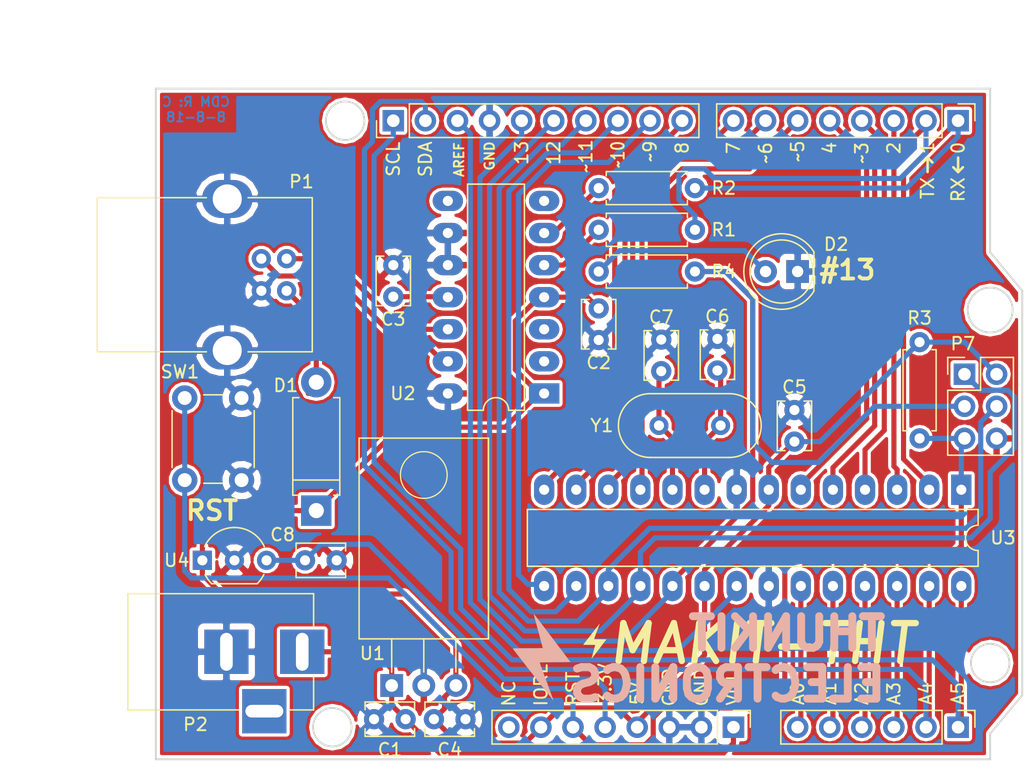
<source format=kicad_pcb>
(kicad_pcb (version 4) (host pcbnew 4.0.5+dfsg1-4)
  (title_block (title "MAKIT-THT Soldering Kit") (date 2018-05-13) (rev B) (company "Thunkit Electronics"))
  (layers (0 F.Cu signal) (31 B.Cu signal) (34 B.Paste user) (35 F.Paste user) (36 B.SilkS user) (37 F.SilkS user) (38 B.Mask user) (39 F.Mask user) (44 Edge.Cuts user))
  (net 0 "")
  (net 1 VIN)
  (net 2 GND)
  (net 3 +5V)
  (net 4 "Net-(C3-Pad1)")
  (net 5 "Net-(C6-Pad2)")
  (net 6 "Net-(C7-Pad2)")
  (net 7 "Net-(D1-Pad2)")
  (net 8 "Net-(P1-Pad2)")
  (net 9 "Net-(P1-Pad3)")
  (net 10 "Net-(P2-Pad3)")
  (net 11 RST)
  (net 12 PC5)
  (net 13 PC4)
  (net 14 PC3)
  (net 15 PC2)
  (net 16 PC1)
  (net 17 PC0)
  (net 18 PB0)
  (net 19 PB1)
  (net 20 PB2)
  (net 21 PB3)
  (net 22 PB4)
  (net 23 PB5)
  (net 24 AREF)
  (net 25 PD0)
  (net 26 PD1)
  (net 27 PD2)
  (net 28 PD3)
  (net 29 PD4)
  (net 30 PD6)
  (net 31 PD7)
  (net 32 "Net-(R1-Pad2)")
  (net 33 "Net-(R2-Pad2)")
  (net 34 "Net-(U2-Pad8)")
  (net 35 "Net-(U2-Pad2)")
  (net 36 "Net-(U2-Pad3)")
  (net 37 "Net-(U2-Pad7)")
  (net 38 "Net-(D2-Pad2)")
  (net 39 PD5)
  (net 40 "Net-(P3-Pad8)")
  (net 41 +3V3)
  (module Housings_DIP:DIP-28_W7.62mm_LongPads (layer F.Cu) (at 178.054 103.632 270)
    (fp_text reference U3 (at 3.81 -3.302 540) (layer F.SilkS))
    (fp_text value ATMEGA328P-P)
    (pad 1 thru_hole rect (at 0 0 270) (size 2.4 1.6) (drill 0.8) (layers *.Cu *.Mask) (net 11 RST))
    (pad 15 thru_hole oval (at 7.62 33.02 270) (size 2.4 1.6) (drill 0.8) (layers *.Cu *.Mask) (net 19 PB1))
    (pad 2 thru_hole oval (at 0 2.54 270) (size 2.4 1.6) (drill 0.8) (layers *.Cu *.Mask) (net 25 PD0))
    (pad 16 thru_hole oval (at 7.62 30.48 270) (size 2.4 1.6) (drill 0.8) (layers *.Cu *.Mask) (net 20 PB2))
    (pad 3 thru_hole oval (at 0 5.08 270) (size 2.4 1.6) (drill 0.8) (layers *.Cu *.Mask) (net 26 PD1))
    (pad 17 thru_hole oval (at 7.62 27.94 270) (size 2.4 1.6) (drill 0.8) (layers *.Cu *.Mask) (net 21 PB3))
    (pad 4 thru_hole oval (at 0 7.62 270) (size 2.4 1.6) (drill 0.8) (layers *.Cu *.Mask) (net 27 PD2))
    (pad 18 thru_hole oval (at 7.62 25.4 270) (size 2.4 1.6) (drill 0.8) (layers *.Cu *.Mask) (net 22 PB4))
    (pad 5 thru_hole oval (at 0 10.16 270) (size 2.4 1.6) (drill 0.8) (layers *.Cu *.Mask) (net 28 PD3))
    (pad 19 thru_hole oval (at 7.62 22.86 270) (size 2.4 1.6) (drill 0.8) (layers *.Cu *.Mask) (net 23 PB5))
    (pad 6 thru_hole oval (at 0 12.7 270) (size 2.4 1.6) (drill 0.8) (layers *.Cu *.Mask) (net 29 PD4))
    (pad 20 thru_hole oval (at 7.62 20.32 270) (size 2.4 1.6) (drill 0.8) (layers *.Cu *.Mask) (net 3 +5V))
    (pad 7 thru_hole oval (at 0 15.24 270) (size 2.4 1.6) (drill 0.8) (layers *.Cu *.Mask) (net 3 +5V))
    (pad 21 thru_hole oval (at 7.62 17.78 270) (size 2.4 1.6) (drill 0.8) (layers *.Cu *.Mask) (net 24 AREF))
    (pad 8 thru_hole oval (at 0 17.78 270) (size 2.4 1.6) (drill 0.8) (layers *.Cu *.Mask) (net 2 GND))
    (pad 22 thru_hole oval (at 7.62 15.24 270) (size 2.4 1.6) (drill 0.8) (layers *.Cu *.Mask) (net 2 GND))
    (pad 9 thru_hole oval (at 0 20.32 270) (size 2.4 1.6) (drill 0.8) (layers *.Cu *.Mask) (net 5 "Net-(C6-Pad2)"))
    (pad 23 thru_hole oval (at 7.62 12.7 270) (size 2.4 1.6) (drill 0.8) (layers *.Cu *.Mask) (net 17 PC0))
    (pad 10 thru_hole oval (at 0 22.86 270) (size 2.4 1.6) (drill 0.8) (layers *.Cu *.Mask) (net 6 "Net-(C7-Pad2)"))
    (pad 24 thru_hole oval (at 7.62 10.16 270) (size 2.4 1.6) (drill 0.8) (layers *.Cu *.Mask) (net 16 PC1))
    (pad 11 thru_hole oval (at 0 25.4 270) (size 2.4 1.6) (drill 0.8) (layers *.Cu *.Mask) (net 39 PD5))
    (pad 25 thru_hole oval (at 7.62 7.62 270) (size 2.4 1.6) (drill 0.8) (layers *.Cu *.Mask) (net 15 PC2))
    (pad 12 thru_hole oval (at 0 27.94 270) (size 2.4 1.6) (drill 0.8) (layers *.Cu *.Mask) (net 30 PD6))
    (pad 26 thru_hole oval (at 7.62 5.08 270) (size 2.4 1.6) (drill 0.8) (layers *.Cu *.Mask) (net 14 PC3))
    (pad 13 thru_hole oval (at 0 30.48 270) (size 2.4 1.6) (drill 0.8) (layers *.Cu *.Mask) (net 31 PD7))
    (pad 27 thru_hole oval (at 7.62 2.54 270) (size 2.4 1.6) (drill 0.8) (layers *.Cu *.Mask) (net 13 PC4))
    (pad 14 thru_hole oval (at 0 33.02 270) (size 2.4 1.6) (drill 0.8) (layers *.Cu *.Mask) (net 18 PB0))
    (pad 28 thru_hole oval (at 7.62 0 270) (size 2.4 1.6) (drill 0.8) (layers *.Cu *.Mask) (net 12 PC5))
  )
  (module Capacitors_THT:C_Disc_D3.8mm_W2.6mm_P2.50mm (layer F.Cu) (at 164.846 99.822 90)
    (fp_text reference C5 (at 4.318 0 180) (layer F.SilkS))
    (fp_text value 0.1uF)
    (pad 1 thru_hole circle (at 0 0 90) (size 1.6 1.6) (drill 0.8) (layers *.Cu *.Mask) (net 3 +5V))
    (pad 2 thru_hole circle (at 2.5 0 90) (size 1.6 1.6) (drill 0.8) (layers *.Cu *.Mask) (net 2 GND))
  )
  (module Capacitors_THT:C_Disc_D3.8mm_W2.6mm_P2.50mm (layer F.Cu) (at 134.072 121.793 180)
    (fp_text reference C1 (at 1.23 -2.413 180) (layer F.SilkS))
    (fp_text value 0.33uF)
    (pad 1 thru_hole circle (at 0 0 180) (size 1.6 1.6) (drill 0.8) (layers *.Cu *.Mask) (net 1 VIN))
    (pad 2 thru_hole circle (at 2.5 0 180) (size 1.6 1.6) (drill 0.8) (layers *.Cu *.Mask) (net 2 GND))
  )
  (module Capacitors_THT:C_Disc_D3.8mm_W2.6mm_P2.50mm (layer F.Cu) (at 149.352 91.781 90)
    (fp_text reference C2 (at -1.778 0 180) (layer F.SilkS))
    (fp_text value 0.33uF)
    (pad 1 thru_hole circle (at 0 0 90) (size 1.6 1.6) (drill 0.8) (layers *.Cu *.Mask) (net 2 GND))
    (pad 2 thru_hole circle (at 2.5 0 90) (size 1.6 1.6) (drill 0.8) (layers *.Cu *.Mask) (net 3 +5V))
  )
  (module Capacitors_THT:C_Disc_D3.8mm_W2.6mm_P2.50mm (layer F.Cu) (at 133.096 88.352 90)
    (fp_text reference C3 (at -1.778 0 180) (layer F.SilkS))
    (fp_text value 0.1uF)
    (pad 1 thru_hole circle (at 0 0 90) (size 1.6 1.6) (drill 0.8) (layers *.Cu *.Mask) (net 4 "Net-(C3-Pad1)"))
    (pad 2 thru_hole circle (at 2.5 0 90) (size 1.6 1.6) (drill 0.8) (layers *.Cu *.Mask) (net 2 GND))
  )
  (module Capacitors_THT:C_Disc_D3.8mm_W2.6mm_P2.50mm (layer F.Cu) (at 136.311 121.793)
    (fp_text reference C4 (at 1.25 2.413) (layer F.SilkS))
    (fp_text value 0.1uF)
    (pad 1 thru_hole circle (at 0 0) (size 1.6 1.6) (drill 0.8) (layers *.Cu *.Mask) (net 3 +5V))
    (pad 2 thru_hole circle (at 2.5 0) (size 1.6 1.6) (drill 0.8) (layers *.Cu *.Mask) (net 2 GND))
  )
  (module Capacitors_THT:C_Disc_D3.8mm_W2.6mm_P2.50mm (layer F.Cu) (at 158.75 91.694 270)
    (fp_text reference C6 (at -1.778 0 360) (layer F.SilkS))
    (fp_text value 18pF)
    (pad 1 thru_hole circle (at 0 0 270) (size 1.6 1.6) (drill 0.8) (layers *.Cu *.Mask) (net 2 GND))
    (pad 2 thru_hole circle (at 2.5 0 270) (size 1.6 1.6) (drill 0.8) (layers *.Cu *.Mask) (net 5 "Net-(C6-Pad2)"))
  )
  (module Capacitors_THT:C_Disc_D3.8mm_W2.6mm_P2.50mm (layer F.Cu) (at 154.305 91.748 270)
    (fp_text reference C7 (at -1.778 0 360) (layer F.SilkS))
    (fp_text value 18pF)
    (pad 1 thru_hole circle (at 0 0 270) (size 1.6 1.6) (drill 0.8) (layers *.Cu *.Mask) (net 2 GND))
    (pad 2 thru_hole circle (at 2.5 0 270) (size 1.6 1.6) (drill 0.8) (layers *.Cu *.Mask) (net 6 "Net-(C7-Pad2)"))
  )
  (module Connectors:USB_B (layer F.Cu) (at 124.6515 87.884 180)
    (fp_text reference P1 (at -1.175 8.636 360) (layer F.SilkS))
    (fp_text value USB_A)
    (pad 2 thru_hole circle (at 0 2.54 90) (size 1.52 1.52) (drill 0.81) (layers *.Cu *.Mask) (net 8 "Net-(P1-Pad2)"))
    (pad 1 thru_hole circle (at 0 0 90) (size 1.52 1.52) (drill 0.81) (layers *.Cu *.Mask) (net 7 "Net-(D1-Pad2)"))
    (pad 4 thru_hole circle (at 2 0 90) (size 1.52 1.52) (drill 0.81) (layers *.Cu *.Mask) (net 2 GND))
    (pad 3 thru_hole circle (at 2 2.54 90) (size 1.52 1.52) (drill 0.81) (layers *.Cu *.Mask) (net 9 "Net-(P1-Pad3)"))
    (pad 5 thru_hole oval (at 4.7 7.27 90) (size 3 4) (drill 2.3) (layers *.Cu *.Mask) (net 2 GND))
    (pad 5 thru_hole oval (at 4.7 -4.73 90) (size 3 4) (drill 2.3) (layers *.Cu *.Mask) (net 2 GND))
  )
  (module Connectors:BARREL_JACK (layer F.Cu) (at 125.888 116.459)
    (fp_text reference P2 (at -8.45 5.75 180) (layer F.SilkS))
    (fp_text value BARREL_JACK)
    (pad 1 thru_hole rect (at 0 0) (size 3.5 3.5) (drill oval 1 3) (layers *.Cu *.Mask) (net 1 VIN))
    (pad 2 thru_hole rect (at -6 0) (size 3.5 3.5) (drill oval 1 3) (layers *.Cu *.Mask) (net 2 GND))
    (pad 3 thru_hole rect (at -3 4.7) (size 3.5 3.5) (drill oval 3 1) (layers *.Cu *.Mask) (net 10 "Net-(P2-Pad3)"))
  )
  (module Pin_Headers:Pin_Header_Straight_1x06_Pitch2.54mm (layer F.Cu) (at 177.8 122.428 270)
    (fp_text reference P4 hide)
    (fp_text value CONN_01X06)
    (pad 1 thru_hole rect (at 0 0 270) (size 1.7 1.7) (drill 1) (layers *.Cu *.Mask) (net 12 PC5))
    (pad 2 thru_hole oval (at 0 2.54 270) (size 1.7 1.7) (drill 1) (layers *.Cu *.Mask) (net 13 PC4))
    (pad 3 thru_hole oval (at 0 5.08 270) (size 1.7 1.7) (drill 1) (layers *.Cu *.Mask) (net 14 PC3))
    (pad 4 thru_hole oval (at 0 7.62 270) (size 1.7 1.7) (drill 1) (layers *.Cu *.Mask) (net 15 PC2))
    (pad 5 thru_hole oval (at 0 10.16 270) (size 1.7 1.7) (drill 1) (layers *.Cu *.Mask) (net 16 PC1))
    (pad 6 thru_hole oval (at 0 12.7 270) (size 1.7 1.7) (drill 1) (layers *.Cu *.Mask) (net 17 PC0))
  )
  (module Pin_Headers:Pin_Header_Straight_1x08_Pitch2.54mm (layer F.Cu) (at 177.8 74.422 270)
    (fp_text reference P6 hide)
    (fp_text value CONN_01X08)
    (pad 1 thru_hole rect (at 0 0 270) (size 1.7 1.7) (drill 1) (layers *.Cu *.Mask) (net 25 PD0))
    (pad 2 thru_hole oval (at 0 2.54 270) (size 1.7 1.7) (drill 1) (layers *.Cu *.Mask) (net 26 PD1))
    (pad 3 thru_hole oval (at 0 5.08 270) (size 1.7 1.7) (drill 1) (layers *.Cu *.Mask) (net 27 PD2))
    (pad 4 thru_hole oval (at 0 7.62 270) (size 1.7 1.7) (drill 1) (layers *.Cu *.Mask) (net 28 PD3))
    (pad 5 thru_hole oval (at 0 10.16 270) (size 1.7 1.7) (drill 1) (layers *.Cu *.Mask) (net 29 PD4))
    (pad 6 thru_hole oval (at 0 12.7 270) (size 1.7 1.7) (drill 1) (layers *.Cu *.Mask) (net 39 PD5))
    (pad 7 thru_hole oval (at 0 15.24 270) (size 1.7 1.7) (drill 1) (layers *.Cu *.Mask) (net 30 PD6))
    (pad 8 thru_hole oval (at 0 17.78 270) (size 1.7 1.7) (drill 1) (layers *.Cu *.Mask) (net 31 PD7))
  )
  (module Resistors_THT:R_Axial_DIN0207_L6.3mm_D2.5mm_P7.62mm_Horizontal (layer F.Cu) (at 156.972 83.058 180)
    (fp_text reference R1 (at -2.286 0 180) (layer F.SilkS))
    (fp_text value 1K)
    (pad 1 thru_hole circle (at 0 0 180) (size 1.6 1.6) (drill 0.8) (layers *.Cu *.Mask) (net 26 PD1))
    (pad 2 thru_hole oval (at 7.62 0 180) (size 1.6 1.6) (drill 0.8) (layers *.Cu *.Mask) (net 32 "Net-(R1-Pad2)"))
  )
  (module Resistors_THT:R_Axial_DIN0207_L6.3mm_D2.5mm_P7.62mm_Horizontal (layer F.Cu) (at 156.972 79.756 180)
    (fp_text reference R2 (at -2.286 0 180) (layer F.SilkS))
    (fp_text value 1K)
    (pad 1 thru_hole circle (at 0 0 180) (size 1.6 1.6) (drill 0.8) (layers *.Cu *.Mask) (net 25 PD0))
    (pad 2 thru_hole oval (at 7.62 0 180) (size 1.6 1.6) (drill 0.8) (layers *.Cu *.Mask) (net 33 "Net-(R2-Pad2)"))
  )
  (module Resistors_THT:R_Axial_DIN0207_L6.3mm_D2.5mm_P7.62mm_Horizontal (layer F.Cu) (at 174.752 91.948 270)
    (fp_text reference R3 (at -1.905 0 360) (layer F.SilkS))
    (fp_text value 10K)
    (pad 1 thru_hole circle (at 0 0 270) (size 1.6 1.6) (drill 0.8) (layers *.Cu *.Mask) (net 3 +5V))
    (pad 2 thru_hole oval (at 7.62 0 270) (size 1.6 1.6) (drill 0.8) (layers *.Cu *.Mask) (net 11 RST))
  )
  (module Buttons_Switches_THT:SW_PUSH_6mm (layer F.Cu) (at 116.586 102.87 90)
    (fp_text reference SW1 (at 8.5725 -0.381 360) (layer F.SilkS))
    (fp_text value Push_SW)
    (pad 2 thru_hole circle (at 0 4.5 180) (size 2 2) (drill 1.1) (layers *.Cu *.Mask) (net 2 GND))
    (pad 1 thru_hole circle (at 0 0 180) (size 2 2) (drill 1.1) (layers *.Cu *.Mask) (net 11 RST))
    (pad 2 thru_hole circle (at 6.5 4.5 180) (size 2 2) (drill 1.1) (layers *.Cu *.Mask) (net 2 GND))
    (pad 1 thru_hole circle (at 6.5 0 180) (size 2 2) (drill 1.1) (layers *.Cu *.Mask) (net 11 RST))
  )
  (module Housings_DIP:DIP-14_W7.62mm_LongPads (layer F.Cu) (at 145.034 96.012 180)
    (fp_text reference U2 (at 11.176 0 180) (layer F.SilkS))
    (fp_text value MCP2221A)
    (pad 1 thru_hole rect (at 0 0 180) (size 2.4 1.6) (drill 0.8) (layers *.Cu *.Mask) (net 3 +5V))
    (pad 8 thru_hole oval (at 7.62 15.24 180) (size 2.4 1.6) (drill 0.8) (layers *.Cu *.Mask) (net 34 "Net-(U2-Pad8)"))
    (pad 2 thru_hole oval (at 0 2.54 180) (size 2.4 1.6) (drill 0.8) (layers *.Cu *.Mask) (net 35 "Net-(U2-Pad2)"))
    (pad 9 thru_hole oval (at 7.62 12.7 180) (size 2.4 1.6) (drill 0.8) (layers *.Cu *.Mask) (net 2 GND))
    (pad 3 thru_hole oval (at 0 5.08 180) (size 2.4 1.6) (drill 0.8) (layers *.Cu *.Mask) (net 36 "Net-(U2-Pad3)"))
    (pad 10 thru_hole oval (at 7.62 10.16 180) (size 2.4 1.6) (drill 0.8) (layers *.Cu *.Mask) (net 2 GND))
    (pad 4 thru_hole oval (at 0 7.62 180) (size 2.4 1.6) (drill 0.8) (layers *.Cu *.Mask) (net 3 +5V))
    (pad 11 thru_hole oval (at 7.62 7.62 180) (size 2.4 1.6) (drill 0.8) (layers *.Cu *.Mask) (net 4 "Net-(C3-Pad1)"))
    (pad 5 thru_hole oval (at 0 10.16 180) (size 2.4 1.6) (drill 0.8) (layers *.Cu *.Mask) (net 32 "Net-(R1-Pad2)"))
    (pad 12 thru_hole oval (at 7.62 5.08 180) (size 2.4 1.6) (drill 0.8) (layers *.Cu *.Mask) (net 8 "Net-(P1-Pad2)"))
    (pad 6 thru_hole oval (at 0 12.7 180) (size 2.4 1.6) (drill 0.8) (layers *.Cu *.Mask) (net 33 "Net-(R2-Pad2)"))
    (pad 13 thru_hole oval (at 7.62 2.54 180) (size 2.4 1.6) (drill 0.8) (layers *.Cu *.Mask) (net 9 "Net-(P1-Pad3)"))
    (pad 7 thru_hole oval (at 0 15.24 180) (size 2.4 1.6) (drill 0.8) (layers *.Cu *.Mask) (net 37 "Net-(U2-Pad7)"))
    (pad 14 thru_hole oval (at 7.62 0 180) (size 2.4 1.6) (drill 0.8) (layers *.Cu *.Mask) (net 2 GND))
  )
  (module Crystals:Crystal_HC49-U_Vertical (layer F.Cu) (at 159.004 98.552 180)
    (fp_text reference Y1 (at 9.398 0 180) (layer F.SilkS))
    (fp_text value 16MHz)
    (pad 1 thru_hole circle (at 0 0 180) (size 1.5 1.5) (drill 0.8) (layers *.Cu *.Mask) (net 5 "Net-(C6-Pad2)"))
    (pad 2 thru_hole circle (at 4.88 0 180) (size 1.5 1.5) (drill 0.8) (layers *.Cu *.Mask) (net 6 "Net-(C7-Pad2)"))
  )
  (module LEDs:LED_D5.0mm (layer F.Cu) (at 165.1 86.36 180)
    (fp_text reference D2 (at -3.048 2.159 360) (layer F.SilkS))
    (fp_text value LED)
    (pad 1 thru_hole rect (at 0 0 180) (size 1.8 1.8) (drill 0.9) (layers *.Cu *.Mask) (net 2 GND))
    (pad 2 thru_hole circle (at 2.54 0 180) (size 1.8 1.8) (drill 0.9) (layers *.Cu *.Mask) (net 38 "Net-(D2-Pad2)"))
  )
  (module Resistors_THT:R_Axial_DIN0207_L6.3mm_D2.5mm_P7.62mm_Horizontal (layer F.Cu) (at 149.352 86.36)
    (fp_text reference R4 (at 9.906 0 180) (layer F.SilkS))
    (fp_text value 470)
    (pad 1 thru_hole circle (at 0 0) (size 1.6 1.6) (drill 0.8) (layers *.Cu *.Mask) (net 38 "Net-(D2-Pad2)"))
    (pad 2 thru_hole oval (at 7.62 0) (size 1.6 1.6) (drill 0.8) (layers *.Cu *.Mask) (net 23 PB5))
  )
  (module Pin_Headers:Pin_Header_Straight_1x08_Pitch2.54mm (layer F.Cu) (at 160.02 122.428 270)
    (fp_text reference P3 hide)
    (fp_text value CONN_01X08)
    (pad 1 thru_hole rect (at 0 0 270) (size 1.7 1.7) (drill 1) (layers *.Cu *.Mask) (net 1 VIN))
    (pad 2 thru_hole oval (at 0 2.54 270) (size 1.7 1.7) (drill 1) (layers *.Cu *.Mask) (net 2 GND))
    (pad 3 thru_hole oval (at 0 5.08 270) (size 1.7 1.7) (drill 1) (layers *.Cu *.Mask) (net 2 GND))
    (pad 4 thru_hole oval (at 0 7.62 270) (size 1.7 1.7) (drill 1) (layers *.Cu *.Mask) (net 3 +5V))
    (pad 5 thru_hole oval (at 0 10.16 270) (size 1.7 1.7) (drill 1) (layers *.Cu *.Mask) (net 41 +3V3))
    (pad 6 thru_hole oval (at 0 12.7 270) (size 1.7 1.7) (drill 1) (layers *.Cu *.Mask) (net 11 RST))
    (pad 7 thru_hole oval (at 0 15.24 270) (size 1.7 1.7) (drill 1) (layers *.Cu *.Mask) (net 3 +5V))
    (pad 8 thru_hole oval (at 0 17.78 270) (size 1.7 1.7) (drill 1) (layers *.Cu *.Mask) (net 40 "Net-(P3-Pad8)"))
  )
  (module MOD:lightning (layer F.Cu) (at 149.098 115.57)
    (fp_text reference G*** hide)
    (fp_text value LOGO hide)
  )
  (module Pin_Headers:Pin_Header_Straight_2x03_Pitch2.54mm (layer F.Cu) (at 178.308 94.488)
    (fp_text reference P7 (at -0.127 -2.413) (layer F.SilkS))
    (fp_text value ICSP)
    (pad 1 thru_hole rect (at 0 0) (size 1.7 1.7) (drill 1) (layers *.Cu *.Mask) (net 22 PB4))
    (pad 2 thru_hole oval (at 2.54 0) (size 1.7 1.7) (drill 1) (layers *.Cu *.Mask) (net 3 +5V))
    (pad 3 thru_hole oval (at 0 2.54) (size 1.7 1.7) (drill 1) (layers *.Cu *.Mask) (net 23 PB5))
    (pad 4 thru_hole oval (at 2.54 2.54) (size 1.7 1.7) (drill 1) (layers *.Cu *.Mask) (net 21 PB3))
    (pad 5 thru_hole oval (at 0 5.08) (size 1.7 1.7) (drill 1) (layers *.Cu *.Mask) (net 11 RST))
    (pad 6 thru_hole oval (at 2.54 5.08) (size 1.7 1.7) (drill 1) (layers *.Cu *.Mask) (net 2 GND))
  )
  (module Pin_Headers:Pin_Header_Straight_1x10_Pitch2.54mm (layer F.Cu) (at 133.096 74.422 90)
    (fp_text reference P5 hide)
    (fp_text value CONN_01X10)
    (pad 1 thru_hole rect (at 0 0 90) (size 1.7 1.7) (drill 1) (layers *.Cu *.Mask) (net 12 PC5))
    (pad 2 thru_hole oval (at 0 2.54 90) (size 1.7 1.7) (drill 1) (layers *.Cu *.Mask) (net 13 PC4))
    (pad 3 thru_hole oval (at 0 5.08 90) (size 1.7 1.7) (drill 1) (layers *.Cu *.Mask) (net 24 AREF))
    (pad 4 thru_hole oval (at 0 7.62 90) (size 1.7 1.7) (drill 1) (layers *.Cu *.Mask) (net 2 GND))
    (pad 5 thru_hole oval (at 0 10.16 90) (size 1.7 1.7) (drill 1) (layers *.Cu *.Mask) (net 23 PB5))
    (pad 6 thru_hole oval (at 0 12.7 90) (size 1.7 1.7) (drill 1) (layers *.Cu *.Mask) (net 22 PB4))
    (pad 7 thru_hole oval (at 0 15.24 90) (size 1.7 1.7) (drill 1) (layers *.Cu *.Mask) (net 21 PB3))
    (pad 8 thru_hole oval (at 0 17.78 90) (size 1.7 1.7) (drill 1) (layers *.Cu *.Mask) (net 20 PB2))
    (pad 9 thru_hole oval (at 0 20.32 90) (size 1.7 1.7) (drill 1) (layers *.Cu *.Mask) (net 19 PB1))
    (pad 10 thru_hole oval (at 0 22.86 90) (size 1.7 1.7) (drill 1) (layers *.Cu *.Mask) (net 18 PB0))
  )
  (module Capacitors_THT:C_Disc_D3.8mm_W2.6mm_P2.50mm (layer F.Cu) (at 126.111 109.22)
    (fp_text reference C8 (at -1.778 -2.032 180) (layer F.SilkS))
    (fp_text value 0.1uF)
    (pad 1 thru_hole circle (at 0 0) (size 1.6 1.6) (drill 0.8) (layers *.Cu *.Mask) (net 41 +3V3))
    (pad 2 thru_hole circle (at 2.5 0) (size 1.6 1.6) (drill 0.8) (layers *.Cu *.Mask) (net 2 GND))
  )
  (module TO_SOT_Packages_THT:TO-92_Inline_Wide (layer F.Cu) (at 117.983 109.22)
    (fp_text reference U4 (at -2.032 0 180) (layer F.SilkS))
    (fp_text value L78L33)
    (pad 2 thru_hole circle (at 2.54 0 90) (size 1.52 1.52) (drill 0.8) (layers *.Cu *.Mask) (net 2 GND))
    (pad 3 thru_hole circle (at 5.08 0 90) (size 1.52 1.52) (drill 0.8) (layers *.Cu *.Mask) (net 41 +3V3))
    (pad 1 thru_hole rect (at 0 0 90) (size 1.52 1.52) (drill 0.8) (layers *.Cu *.Mask) (net 3 +5V))
  )
  (module MOD:TO-220-3_Horizontal_NO_HOLE (layer F.Cu) (at 132.969 119.126)
    (fp_text reference U1 (at -1.524 -2.54) (layer F.SilkS))
    (fp_text value LM7805CT)
    (pad 1 thru_hole rect (at 0 0) (size 1.8 1.8) (drill 1) (layers *.Cu *.Mask) (net 1 VIN))
    (pad 2 thru_hole oval (at 2.54 0) (size 1.8 1.8) (drill 1) (layers *.Cu *.Mask) (net 2 GND))
    (pad 3 thru_hole oval (at 5.08 0) (size 1.8 1.8) (drill 1) (layers *.Cu *.Mask) (net 3 +5V))
  )
  (module Diodes_THT:D_DO-15_P10.16mm_Horizontal (layer F.Cu) (at 127 105.283 90)
    (fp_text reference D1 (at 9.906 -2.413 180) (layer F.SilkS))
    (fp_text value 2A)
    (pad 1 thru_hole rect (at 0 0 90) (size 2.4 2.4) (drill 1.2) (layers *.Cu *.Mask) (net 3 +5V))
    (pad 2 thru_hole oval (at 10.16 0 90) (size 2.4 2.4) (drill 1.2) (layers *.Cu *.Mask) (net 7 "Net-(D1-Pad2)"))
  )
  (module MOD:lightning3 (layer B.Cu) (at 144.9705 117.0305)
    (fp_text reference G*** hide)
    (fp_text value LOGO hide)
  )
  (gr_text "THUNKIT\nELECTRONICS" (at 172.339 117.0305) (layer B.SilkS) (effects (font (size 2.5 2.5) (thickness 0.625)) (justify left mirror)))
  (gr_text 1 (at 175.387 76.581 90) (layer F.SilkS) (effects (font (size 1 1))))
  (gr_text 0 (at 177.8 76.581 90) (layer F.SilkS) (effects (font (size 1 1))))
  (gr_line (start 177.8 78.486) (end 177.418999 78.105) (layer F.SilkS) (width 0.2))
  (gr_line (start 177.8 78.486) (end 178.181 78.105) (layer F.SilkS) (width 0.2))
  (gr_line (start 177.8 77.343001) (end 177.8 78.486) (layer F.SilkS) (width 0.2))
  (gr_line (start 175.387 77.343) (end 175.768 77.724) (layer F.SilkS) (width 0.2))
  (gr_line (start 175.387 77.343) (end 175.006 77.724) (layer F.SilkS) (width 0.2))
  (gr_line (start 175.387 78.486) (end 175.387 77.343) (layer F.SilkS) (width 0.2))
  (gr_circle (center 128.27 122.428) (end 129.794 122.428) (layer Edge.Cuts) (width 0.15))
  (gr_text RX (at 177.8 79.883 90) (layer F.SilkS) (effects (font (size 1 1))))
  (gr_text TX (at 175.387 79.756 90) (layer F.SilkS) (effects (font (size 1 1))))
  (gr_text 2 (at 172.72 76.581 90) (layer F.SilkS) (effects (font (size 1 1))))
  (gr_text ~~3 (at 170.18 76.962 90) (layer F.SilkS) (effects (font (size 1 1))))
  (gr_text 4 (at 167.64 76.581 90) (layer F.SilkS) (effects (font (size 1 1))))
  (gr_text ~~5 (at 165.1 76.835 90) (layer F.SilkS) (effects (font (size 1 1))))
  (gr_text ~~6 (at 162.56 76.962 90) (layer F.SilkS) (effects (font (size 1 1))))
  (gr_text 7 (at 160.02 76.581 90) (layer F.SilkS) (effects (font (size 1 1))))
  (gr_text 8 (at 155.956 76.581 90) (layer F.SilkS) (effects (font (size 1 1))))
  (gr_text ~~9 (at 153.416 76.835 90) (layer F.SilkS) (effects (font (size 1 1))))
  (gr_text ~~10 (at 150.876 77.089 90) (layer F.SilkS) (effects (font (size 1 0.8))))
  (gr_text ~~11 (at 148.336 77.216 90) (layer F.SilkS) (effects (font (size 1 1))))
  (gr_text 12 (at 145.796 76.962 90) (layer F.SilkS) (effects (font (size 1 1))))
  (gr_text 13 (at 143.256 76.962 90) (layer F.SilkS) (effects (font (size 1 1))))
  (gr_text GND (at 140.716 77.216 90) (layer F.SilkS) (effects (font (size 0.75 0.75))))
  (gr_text "AREF " (at 138.303 77.216 90) (layer F.SilkS) (effects (font (size 0.75 0.75))))
  (gr_text SCL (at 133.096 77.47 90) (layer F.SilkS) (effects (font (size 1 1))))
  (gr_text SDA (at 135.636 77.47 90) (layer F.SilkS) (effects (font (size 1 1))))
  (gr_text A5 (at 177.8 119.761 90) (layer F.SilkS) (effects (font (size 1 1))))
  (gr_text A4 (at 175.26 119.761 90) (layer F.SilkS) (effects (font (size 1 1))))
  (gr_text A3 (at 172.72 119.761 90) (layer F.SilkS) (effects (font (size 1 1))))
  (gr_text A2 (at 170.18 119.761 90) (layer F.SilkS) (effects (font (size 1 1))))
  (gr_text A1 (at 167.64 119.761 90) (layer F.SilkS) (effects (font (size 1 1))))
  (gr_text A0 (at 165.1 119.761 90) (layer F.SilkS) (effects (font (size 1 1))))
  (gr_text VIN (at 160.02 119.507 90) (layer F.SilkS) (effects (font (size 1 1))))
  (gr_text GND (at 157.48 119.253 90) (layer F.SilkS) (effects (font (size 1 1))))
  (gr_text GND (at 154.94 119.253 90) (layer F.SilkS) (effects (font (size 1 1))))
  (gr_text 5V (at 152.4 119.761 90) (layer F.SilkS) (effects (font (size 1 1))))
  (gr_text 3.3V (at 149.86 118.999 90) (layer F.SilkS) (effects (font (size 1 1))))
  (gr_text RST (at 147.32 119.38 90) (layer F.SilkS) (effects (font (size 1 1))))
  (gr_text IOREF (at 144.78 118.618 90) (layer F.SilkS) (effects (font (size 1 1))))
  (gr_text NC (at 142.24 119.761 90) (layer F.SilkS) (effects (font (size 1 1))))
  (gr_text "CDM R: C\n8-8-18" (at 117.475 73.533 360) (layer B.Cu) (effects (font (size 0.75 0.75)) (justify mirror)))
  (gr_text RST (at 118.745 105.283) (layer F.SilkS) (effects (font (size 1.5 1.5) (thickness 0.3))))
  (gr_text MAKIT-THT (at 162.306 115.824) (layer F.SilkS) (effects (font (size 3 3) (thickness 0.5) italic)))
  (gr_text "#13" (at 169.037 86.233) (layer F.SilkS) (effects (font (size 1.5 1.5) (thickness 0.3))))
  (gr_circle (center 180.34 117.348) (end 181.864 117.348) (layer Edge.Cuts) (width 0.15))
  (gr_circle (center 180.34 89.408) (end 182.118 89.408) (layer Edge.Cuts) (width 0.15))
  (gr_circle (center 129.286 74.422) (end 130.81 74.422) (layer Edge.Cuts) (width 0.15))
  (gr_line (start 180.34 122.936) (end 180.34 124.968) (layer Edge.Cuts) (width 0.15))
  (gr_line (start 182.88 119.888) (end 180.34 122.936) (layer Edge.Cuts) (width 0.15))
  (gr_line (start 182.88 87.884) (end 182.88 119.888) (layer Edge.Cuts) (width 0.15))
  (gr_line (start 180.34 84.836) (end 182.88 87.884) (layer Edge.Cuts) (width 0.15))
  (gr_line (start 180.34 71.882) (end 180.34 84.836) (layer Edge.Cuts) (width 0.15))
  (gr_line (start 114.3 71.882) (end 180.34 71.882) (layer Edge.Cuts) (width 0.15))
  (gr_line (start 114.3 124.968) (end 114.3 71.882) (layer Edge.Cuts) (width 0.15))
  (gr_line (start 180.34 124.968) (end 114.3 124.968) (layer Edge.Cuts) (width 0.15))
  (segment (start 134.072 121.793) (end 136.739 124.46) (width 0.4064) (layer F.Cu) (net 1))
  (segment (start 136.739 124.46) (end 159.258 124.46) (width 0.4064) (layer F.Cu) (net 1))
  (segment (start 159.258 124.46) (end 159.258 124.4464) (width 0.4064) (layer F.Cu) (net 1))
  (segment (start 159.258 124.4464) (end 160.02 123.6844) (width 0.4064) (layer F.Cu) (net 1))
  (segment (start 160.02 123.6844) (end 160.02 122.428) (width 0.4064) (layer F.Cu) (net 1))
  (segment (start 132.969 119.126) (end 132.969 120.69) (width 0.4064) (layer F.Cu) (net 1))
  (segment (start 132.969 120.69) (end 134.072 121.793) (width 0.4064) (layer F.Cu) (net 1))
  (segment (start 125.888 116.459) (end 131.6084 116.459) (width 0.4064) (layer F.Cu) (net 1))
  (segment (start 131.6084 116.459) (end 132.969 117.8196) (width 0.4064) (layer F.Cu) (net 1))
  (segment (start 132.969 117.8196) (end 132.969 119.126) (width 0.4064) (layer F.Cu) (net 1))
  (segment (start 138.049 119.126) (end 137.149001 120.025999) (width 0.4064) (layer F.Cu) (net 3))
  (segment (start 137.149001 120.025999) (end 137.149001 120.954999) (width 0.4064) (layer F.Cu) (net 3))
  (segment (start 137.149001 120.954999) (end 136.311 121.793) (width 0.4064) (layer F.Cu) (net 3))
  (segment (start 133.985 111.887) (end 138.049 115.951) (width 0.4064) (layer F.Cu) (net 3))
  (segment (start 118.237 110.617) (end 119.507 111.887) (width 0.4064) (layer F.Cu) (net 3))
  (segment (start 119.507 111.887) (end 133.985 111.887) (width 0.4064) (layer F.Cu) (net 3))
  (segment (start 118.2136 110.617) (end 118.237 110.617) (width 0.4064) (layer F.Cu) (net 3))
  (segment (start 138.049 115.951) (end 138.049 119.126) (width 0.4064) (layer F.Cu) (net 3))
  (segment (start 144.78 122.428) (end 143.523599 123.684401) (width 0.4064) (layer F.Cu) (net 3))
  (segment (start 143.523599 123.684401) (end 138.202401 123.684401) (width 0.4064) (layer F.Cu) (net 3))
  (segment (start 138.202401 123.684401) (end 136.311 121.793) (width 0.4064) (layer F.Cu) (net 3))
  (segment (start 133.604 98.679) (end 141.967 98.679) (width 0.4064) (layer F.Cu) (net 3))
  (segment (start 128.27 104.013) (end 133.604 98.679) (width 0.4064) (layer F.Cu) (net 3))
  (segment (start 127 105.283) (end 128.27 104.013) (width 0.4064) (layer F.Cu) (net 3))
  (segment (start 117.983 109.22) (end 117.983 107.061) (width 0.4064) (layer F.Cu) (net 3))
  (segment (start 117.983 107.061) (end 119.761 105.283) (width 0.4064) (layer F.Cu) (net 3))
  (segment (start 119.761 105.283) (end 121.0076 105.283) (width 0.4064) (layer F.Cu) (net 3))
  (segment (start 121.0076 105.283) (end 127 105.283) (width 0.4064) (layer F.Cu) (net 3))
  (segment (start 117.983 109.22) (end 117.983 110.3864) (width 0.4064) (layer F.Cu) (net 3))
  (segment (start 117.983 110.3864) (end 118.2136 110.617) (width 0.4064) (layer F.Cu) (net 3))
  (segment (start 141.967 98.679) (end 144.634 96.012) (width 0.4064) (layer F.Cu) (net 3))
  (segment (start 164.846 99.822) (end 166.878 99.822) (width 0.4064) (layer B.Cu) (net 3))
  (segment (start 166.878 99.822) (end 174.752 91.948) (width 0.4064) (layer B.Cu) (net 3))
  (segment (start 162.814 103.632) (end 162.814 101.854) (width 0.4064) (layer F.Cu) (net 3))
  (segment (start 162.814 101.854) (end 164.846 99.822) (width 0.4064) (layer F.Cu) (net 3))
  (segment (start 149.352 89.281) (end 148.463 88.392) (width 0.4064) (layer F.Cu) (net 3))
  (segment (start 148.463 88.392) (end 145.034 88.392) (width 0.4064) (layer F.Cu) (net 3))
  (segment (start 144.634 96.012) (end 145.034 96.012) (width 0.4064) (layer F.Cu) (net 3))
  (segment (start 142.748 94.126) (end 144.634 96.012) (width 0.4064) (layer F.Cu) (net 3))
  (segment (start 145.034 96.266) (end 145.034 96.012) (width 0.4064) (layer F.Cu) (net 3))
  (segment (start 157.734 116.713) (end 157.734 111.252) (width 0.4064) (layer F.Cu) (net 3))
  (segment (start 152.4 122.047) (end 157.734 116.713) (width 0.4064) (layer F.Cu) (net 3))
  (segment (start 152.4 122.428) (end 152.4 122.047) (width 0.4064) (layer F.Cu) (net 3))
  (segment (start 150.876 120.904) (end 152.4 122.428) (width 0.4064) (layer F.Cu) (net 3))
  (segment (start 162.814 104.883) (end 162.814 103.632) (width 0.4064) (layer F.Cu) (net 3))
  (segment (start 157.734 109.963) (end 157.734 111.252) (width 0.4064) (layer F.Cu) (net 3))
  (segment (start 162.814 104.883) (end 157.734 109.963) (width 0.4064) (layer F.Cu) (net 3))
  (segment (start 146.304 120.904) (end 150.876 120.904) (width 0.4064) (layer F.Cu) (net 3))
  (segment (start 174.244 91.948) (end 178.308 91.948) (width 0.4064) (layer B.Cu) (net 3))
  (segment (start 178.308 91.948) (end 180.848 94.488) (width 0.4064) (layer B.Cu) (net 3))
  (segment (start 144.78 122.428) (end 146.304 120.904) (width 0.4064) (layer F.Cu) (net 3))
  (segment (start 142.748 90.278) (end 142.748 94.126) (width 0.4064) (layer F.Cu) (net 3))
  (segment (start 145.034 88.392) (end 144.634 88.392) (width 0.4064) (layer F.Cu) (net 3))
  (segment (start 144.634 88.392) (end 142.748 90.278) (width 0.4064) (layer F.Cu) (net 3))
  (segment (start 133.096 88.352) (end 137.374 88.352) (width 0.4064) (layer F.Cu) (net 4))
  (segment (start 137.374 88.352) (end 137.414 88.392) (width 0.4064) (layer F.Cu) (net 4))
  (segment (start 157.734 99.822) (end 157.734 103.632) (width 0.4064) (layer F.Cu) (net 5))
  (segment (start 159.004 98.552) (end 159.004 94.194) (width 0.4064) (layer F.Cu) (net 5))
  (segment (start 159.004 98.552) (end 157.734 99.822) (width 0.4064) (layer F.Cu) (net 5))
  (segment (start 155.194 99.568) (end 155.194 103.632) (width 0.4064) (layer F.Cu) (net 6))
  (segment (start 154.124 98.552) (end 154.124 94.248) (width 0.4064) (layer F.Cu) (net 6))
  (segment (start 154.124 98.498) (end 155.194 99.568) (width 0.4064) (layer F.Cu) (net 6))
  (segment (start 127 90.2325) (end 127 95.123) (width 0.4064) (layer F.Cu) (net 7))
  (segment (start 124.6515 87.884) (end 127 90.2325) (width 0.4064) (layer F.Cu) (net 7))
  (segment (start 126.968 95.409) (end 126.365 96.012) (width 0.4064) (layer F.Cu) (net 7))
  (segment (start 137.414 90.932) (end 133.83112 90.932) (width 0.4064) (layer F.Cu) (net 8))
  (segment (start 133.83112 90.932) (end 128.24312 85.344) (width 0.4064) (layer F.Cu) (net 8))
  (segment (start 128.24312 85.344) (end 126.968 85.344) (width 0.4064) (layer F.Cu) (net 8))
  (segment (start 126.968 85.344) (end 124.6515 85.344) (width 0.4064) (layer F.Cu) (net 8))
  (segment (start 128.373599 86.717599) (end 124.025099 86.717599) (width 0.4064) (layer F.Cu) (net 9))
  (segment (start 124.025099 86.717599) (end 122.6515 85.344) (width 0.4064) (layer F.Cu) (net 9))
  (segment (start 135.255 91.694) (end 135.255 91.713) (width 0.4064) (layer F.Cu) (net 9))
  (segment (start 128.373599 86.717599) (end 133.35 91.694) (width 0.4064) (layer F.Cu) (net 9))
  (segment (start 133.35 91.694) (end 135.255 91.694) (width 0.4064) (layer F.Cu) (net 9))
  (segment (start 135.255 91.713) (end 137.014 93.472) (width 0.4064) (layer F.Cu) (net 9))
  (segment (start 137.014 93.472) (end 137.414 93.472) (width 0.4064) (layer F.Cu) (net 9))
  (segment (start 116.586 102.87) (end 116.586 110.074522) (width 0.4064) (layer B.Cu) (net 11))
  (segment (start 116.586 110.074522) (end 117.128478 110.617) (width 0.4064) (layer B.Cu) (net 11))
  (segment (start 117.128478 110.617) (end 132.715 110.617) (width 0.4064) (layer B.Cu) (net 11))
  (segment (start 132.715 110.617) (end 141.478 119.38) (width 0.4064) (layer B.Cu) (net 11))
  (segment (start 141.478 119.38) (end 146.685 119.38) (width 0.4064) (layer B.Cu) (net 11))
  (segment (start 146.685 119.38) (end 147.32 120.015) (width 0.4064) (layer B.Cu) (net 11))
  (segment (start 147.32 120.015) (end 147.32 122.428) (width 0.4064) (layer B.Cu) (net 11))
  (segment (start 116.586 96.37) (end 116.586 102.87) (width 0.4064) (layer B.Cu) (net 11))
  (segment (start 153.035 123.825) (end 148.717 123.825) (width 0.4064) (layer F.Cu) (net 11))
  (segment (start 147.32 122.428) (end 148.169999 123.277999) (width 0.4064) (layer F.Cu) (net 11))
  (segment (start 148.169999 123.277999) (end 148.717 123.825) (width 0.4064) (layer F.Cu) (net 11))
  (segment (start 178.054 103.632) (end 178.054 108.077) (width 0.4064) (layer F.Cu) (net 11))
  (segment (start 178.054 108.077) (end 177.038 109.093) (width 0.4064) (layer F.Cu) (net 11))
  (segment (start 163.068 120.904) (end 154.432 120.904) (width 0.4064) (layer F.Cu) (net 11))
  (segment (start 177.038 109.093) (end 164.973 109.093) (width 0.4064) (layer F.Cu) (net 11))
  (segment (start 164.973 109.093) (end 164.084 109.982) (width 0.4064) (layer F.Cu) (net 11))
  (segment (start 164.084 109.982) (end 164.084 119.888) (width 0.4064) (layer F.Cu) (net 11))
  (segment (start 164.084 119.888) (end 163.068 120.904) (width 0.4064) (layer F.Cu) (net 11))
  (segment (start 154.432 120.904) (end 153.67 121.666) (width 0.4064) (layer F.Cu) (net 11))
  (segment (start 153.67 121.666) (end 153.67 123.19) (width 0.4064) (layer F.Cu) (net 11))
  (segment (start 153.67 123.19) (end 153.035 123.825) (width 0.4064) (layer F.Cu) (net 11))
  (segment (start 174.244 99.568) (end 178.308 99.568) (width 0.4064) (layer B.Cu) (net 11))
  (segment (start 178.181 99.695) (end 178.308 99.568) (width 0.4064) (layer B.Cu) (net 11))
  (segment (start 178.054 102.743) (end 178.054 99.822) (width 0.4064) (layer B.Cu) (net 11))
  (segment (start 178.054 99.822) (end 178.308 99.568) (width 0.4064) (layer B.Cu) (net 11))
  (segment (start 177.8 119.126) (end 177.8 121.1716) (width 0.4064) (layer B.Cu) (net 12))
  (segment (start 175.768 117.094) (end 177.8 119.126) (width 0.4064) (layer B.Cu) (net 12))
  (segment (start 142.494 117.094) (end 175.768 117.094) (width 0.4064) (layer B.Cu) (net 12))
  (segment (start 138.43 113.03) (end 142.494 117.094) (width 0.4064) (layer B.Cu) (net 12))
  (segment (start 138.43 108.331) (end 138.43 113.03) (width 0.4064) (layer B.Cu) (net 12))
  (segment (start 131.572 101.473) (end 138.43 108.331) (width 0.4064) (layer B.Cu) (net 12))
  (segment (start 131.572 77.2024) (end 131.572 101.473) (width 0.4064) (layer B.Cu) (net 12))
  (segment (start 133.096 75.6784) (end 131.572 77.2024) (width 0.4064) (layer B.Cu) (net 12))
  (segment (start 133.096 74.422) (end 133.096 75.6784) (width 0.4064) (layer B.Cu) (net 12))
  (segment (start 177.8 121.1716) (end 177.8 122.428) (width 0.4064) (layer B.Cu) (net 12))
  (segment (start 178.054 110.363) (end 178.054 122.174) (width 0.4064) (layer F.Cu) (net 12))
  (segment (start 178.054 122.174) (end 177.8 122.428) (width 0.4064) (layer F.Cu) (net 12))
  (segment (start 130.81 101.727) (end 137.668 108.585) (width 0.4064) (layer B.Cu) (net 13))
  (segment (start 137.668 108.585) (end 137.668 113.284) (width 0.4064) (layer B.Cu) (net 13))
  (segment (start 175.26 119.253) (end 175.26 120.015) (width 0.4064) (layer B.Cu) (net 13))
  (segment (start 142.24 117.856) (end 137.668 113.284) (width 0.4064) (layer B.Cu) (net 13))
  (segment (start 135.636 74.422) (end 135.636 73.219919) (width 0.4064) (layer B.Cu) (net 13))
  (segment (start 135.636 73.219919) (end 135.314081 72.898) (width 0.4064) (layer B.Cu) (net 13))
  (segment (start 135.314081 72.898) (end 132.08 72.898) (width 0.4064) (layer B.Cu) (net 13))
  (segment (start 132.08 72.898) (end 131.445 73.533) (width 0.4064) (layer B.Cu) (net 13))
  (segment (start 130.81 76.708) (end 130.81 101.727) (width 0.4064) (layer B.Cu) (net 13))
  (segment (start 131.445 73.533) (end 131.445 76.073) (width 0.4064) (layer B.Cu) (net 13))
  (segment (start 131.445 76.073) (end 130.81 76.708) (width 0.4064) (layer B.Cu) (net 13))
  (segment (start 175.26 122.428) (end 175.26 120.015) (width 0.4064) (layer B.Cu) (net 13))
  (segment (start 175.26 119.253) (end 173.863 117.856) (width 0.4064) (layer B.Cu) (net 13))
  (segment (start 173.863 117.856) (end 142.24 117.856) (width 0.4064) (layer B.Cu) (net 13))
  (segment (start 175.514 110.363) (end 175.514 122.174) (width 0.4064) (layer F.Cu) (net 13))
  (segment (start 175.514 122.174) (end 175.26 122.428) (width 0.4064) (layer F.Cu) (net 13))
  (segment (start 172.974 110.363) (end 172.974 122.174) (width 0.4064) (layer F.Cu) (net 14))
  (segment (start 172.974 122.174) (end 172.72 122.428) (width 0.4064) (layer F.Cu) (net 14))
  (segment (start 170.434 110.363) (end 170.434 122.174) (width 0.4064) (layer F.Cu) (net 15))
  (segment (start 170.434 122.174) (end 170.18 122.428) (width 0.4064) (layer F.Cu) (net 15))
  (segment (start 167.894 110.363) (end 167.894 122.174) (width 0.4064) (layer F.Cu) (net 16))
  (segment (start 167.894 122.174) (end 167.64 122.428) (width 0.4064) (layer F.Cu) (net 16))
  (segment (start 165.354 110.363) (end 165.354 122.174) (width 0.4064) (layer F.Cu) (net 17))
  (segment (start 165.354 122.174) (end 165.1 122.428) (width 0.4064) (layer F.Cu) (net 17))
  (segment (start 150.622 80.01) (end 150.622 97.409) (width 0.4064) (layer F.Cu) (net 18))
  (segment (start 145.034 103.632) (end 145.034 103.232) (width 0.4064) (layer F.Cu) (net 18))
  (segment (start 145.034 103.232) (end 150.622 97.644) (width 0.4064) (layer F.Cu) (net 18))
  (segment (start 150.622 97.644) (end 150.622 97.409) (width 0.4064) (layer F.Cu) (net 18))
  (segment (start 155.956 74.676) (end 150.622 80.01) (width 0.4064) (layer F.Cu) (net 18))
  (segment (start 155.956 74.422) (end 155.956 74.676) (width 0.4064) (layer F.Cu) (net 18))
  (segment (start 145.034 111.125) (end 143.764 111.125) (width 0.4064) (layer B.Cu) (net 19))
  (segment (start 145.542 77.724) (end 150.114 77.724) (width 0.4064) (layer B.Cu) (net 19))
  (segment (start 143.764 111.125) (end 143.002 110.363) (width 0.4064) (layer B.Cu) (net 19))
  (segment (start 143.002 80.264) (end 145.542 77.724) (width 0.4064) (layer B.Cu) (net 19))
  (segment (start 143.002 110.363) (end 143.002 80.264) (width 0.4064) (layer B.Cu) (net 19))
  (segment (start 150.114 77.724) (end 153.416 74.422) (width 0.4064) (layer B.Cu) (net 19))
  (segment (start 147.574 111.652) (end 145.942 113.284) (width 0.4064) (layer B.Cu) (net 20))
  (segment (start 145.942 113.284) (end 144.018 113.284) (width 0.4064) (layer B.Cu) (net 20))
  (segment (start 144.018 113.284) (end 142.24 111.506) (width 0.4064) (layer B.Cu) (net 20))
  (segment (start 145.288 76.962) (end 148.336 76.962) (width 0.4064) (layer B.Cu) (net 20))
  (segment (start 142.24 111.506) (end 142.24 80.01) (width 0.4064) (layer B.Cu) (net 20))
  (segment (start 142.24 80.01) (end 145.288 76.962) (width 0.4064) (layer B.Cu) (net 20))
  (segment (start 148.336 76.962) (end 150.876 74.422) (width 0.4064) (layer B.Cu) (net 20))
  (segment (start 150.114 111.633) (end 147.72 114.027) (width 0.4064) (layer B.Cu) (net 21))
  (segment (start 141.478 79.756) (end 144.907 76.327) (width 0.4064) (layer B.Cu) (net 21))
  (segment (start 147.72 114.027) (end 143.764 114.027) (width 0.4064) (layer B.Cu) (net 21))
  (segment (start 143.764 114.027) (end 141.478 111.741) (width 0.4064) (layer B.Cu) (net 21))
  (segment (start 141.478 111.741) (end 141.478 79.756) (width 0.4064) (layer B.Cu) (net 21))
  (segment (start 144.907 76.327) (end 146.431 76.327) (width 0.4064) (layer B.Cu) (net 21))
  (segment (start 146.431 76.327) (end 148.336 74.422) (width 0.4064) (layer B.Cu) (net 21))
  (segment (start 179.591599 98.284401) (end 180.848 97.028) (width 0.4064) (layer B.Cu) (net 21))
  (segment (start 150.114 109.963) (end 150.114 111.252) (width 0.4064) (layer B.Cu) (net 21))
  (segment (start 179.591599 98.284401) (end 179.591599 105.523401) (width 0.4064) (layer B.Cu) (net 21))
  (segment (start 179.591599 105.523401) (end 178.435 106.68) (width 0.4064) (layer B.Cu) (net 21))
  (segment (start 178.435 106.68) (end 153.397 106.68) (width 0.4064) (layer B.Cu) (net 21))
  (segment (start 153.397 106.68) (end 150.114 109.963) (width 0.4064) (layer B.Cu) (net 21))
  (segment (start 140.716 79.502) (end 145.796 74.422) (width 0.4064) (layer B.Cu) (net 22))
  (segment (start 140.716 79.502) (end 140.716 112.014) (width 0.4064) (layer B.Cu) (net 22))
  (segment (start 140.716 112.014) (end 143.51 114.808) (width 0.4064) (layer B.Cu) (net 22))
  (segment (start 178.308 94.488) (end 179.578 95.758) (width 0.4064) (layer B.Cu) (net 22))
  (segment (start 181.737 95.758) (end 182.245 96.266) (width 0.4064) (layer B.Cu) (net 22))
  (segment (start 179.578 95.758) (end 181.737 95.758) (width 0.4064) (layer B.Cu) (net 22))
  (segment (start 182.245 96.266) (end 182.245 100.33) (width 0.4064) (layer B.Cu) (net 22))
  (segment (start 182.245 100.33) (end 180.34 102.235) (width 0.4064) (layer B.Cu) (net 22))
  (segment (start 152.654 111.633) (end 149.498 114.789) (width 0.4064) (layer B.Cu) (net 22))
  (segment (start 180.34 102.235) (end 180.34 105.918) (width 0.4064) (layer B.Cu) (net 22))
  (segment (start 180.34 105.918) (end 178.816 107.442) (width 0.4064) (layer B.Cu) (net 22))
  (segment (start 178.816 107.442) (end 153.797 107.442) (width 0.4064) (layer B.Cu) (net 22))
  (segment (start 153.797 107.442) (end 152.654 108.585) (width 0.4064) (layer B.Cu) (net 22))
  (segment (start 152.654 108.585) (end 152.654 110.763) (width 0.4064) (layer B.Cu) (net 22))
  (segment (start 149.479 114.808) (end 143.491 114.808) (width 0.4064) (layer B.Cu) (net 22))
  (segment (start 178.308 97.028) (end 171.196 97.028) (width 0.4064) (layer B.Cu) (net 23))
  (segment (start 171.196 97.028) (end 166.751 101.473) (width 0.4064) (layer B.Cu) (net 23))
  (segment (start 161.544 88.519) (end 159.385 86.36) (width 0.4064) (layer B.Cu) (net 23))
  (segment (start 166.751 101.473) (end 163.068 101.473) (width 0.4064) (layer B.Cu) (net 23))
  (segment (start 161.544 99.949) (end 161.544 88.519) (width 0.4064) (layer B.Cu) (net 23))
  (segment (start 163.068 101.473) (end 161.544 99.949) (width 0.4064) (layer B.Cu) (net 23))
  (segment (start 159.385 86.36) (end 156.972 86.36) (width 0.4064) (layer B.Cu) (net 23))
  (segment (start 139.954 112.303) (end 139.954 79.121) (width 0.4064) (layer B.Cu) (net 23))
  (segment (start 143.256 74.422) (end 143.256 75.624081) (width 0.4064) (layer B.Cu) (net 23))
  (segment (start 143.256 75.624081) (end 139.954 78.926081) (width 0.4064) (layer B.Cu) (net 23))
  (segment (start 139.954 78.926081) (end 139.954 79.121) (width 0.4064) (layer B.Cu) (net 23))
  (segment (start 155.194 111.687) (end 151.276 115.605) (width 0.4064) (layer B.Cu) (net 23))
  (segment (start 151.276 115.605) (end 143.256 115.605) (width 0.4064) (layer B.Cu) (net 23))
  (segment (start 143.256 115.605) (end 139.954 112.303) (width 0.4064) (layer B.Cu) (net 23))
  (segment (start 155.194 111.252) (end 155.194 110.852) (width 0.4064) (layer F.Cu) (net 23))
  (segment (start 155.194 110.852) (end 161.544 104.502) (width 0.4064) (layer F.Cu) (net 23))
  (segment (start 161.544 104.502) (end 161.544 88.519) (width 0.4064) (layer F.Cu) (net 23))
  (segment (start 161.544 88.519) (end 159.385 86.36) (width 0.4064) (layer F.Cu) (net 23))
  (segment (start 159.385 86.36) (end 156.972 86.36) (width 0.4064) (layer F.Cu) (net 23))
  (segment (start 160.274 111.687) (end 155.594 116.367) (width 0.4064) (layer B.Cu) (net 24))
  (segment (start 155.594 116.367) (end 143.002 116.367) (width 0.4064) (layer B.Cu) (net 24))
  (segment (start 143.002 116.367) (end 139.192 112.557) (width 0.4064) (layer B.Cu) (net 24))
  (segment (start 139.192 112.557) (end 139.192 75.438) (width 0.4064) (layer B.Cu) (net 24))
  (segment (start 139.192 75.438) (end 138.176 74.422) (width 0.4064) (layer B.Cu) (net 24))
  (segment (start 177.8 74.422) (end 173.482 78.74) (width 0.4064) (layer F.Cu) (net 25))
  (segment (start 173.482 78.74) (end 173.482 101.2) (width 0.4064) (layer F.Cu) (net 25))
  (segment (start 173.482 101.2) (end 175.514 103.232) (width 0.4064) (layer F.Cu) (net 25))
  (segment (start 175.514 103.232) (end 175.514 103.632) (width 0.4064) (layer F.Cu) (net 25))
  (segment (start 156.972 79.756) (end 173.7224 79.756) (width 0.4064) (layer B.Cu) (net 25))
  (segment (start 173.7224 79.756) (end 177.8 75.6784) (width 0.4064) (layer B.Cu) (net 25))
  (segment (start 177.8 75.6784) (end 177.8 74.422) (width 0.4064) (layer B.Cu) (net 25))
  (segment (start 172.974 103.632) (end 172.974 102.0256) (width 0.4064) (layer F.Cu) (net 26))
  (segment (start 172.974 102.0256) (end 172.72 101.7716) (width 0.4064) (layer F.Cu) (net 26))
  (segment (start 172.72 77.343) (end 175.26 74.803) (width 0.4064) (layer F.Cu) (net 26))
  (segment (start 172.72 101.7716) (end 172.72 77.343) (width 0.4064) (layer F.Cu) (net 26))
  (segment (start 175.26 74.803) (end 175.26 74.422) (width 0.4064) (layer F.Cu) (net 26))
  (segment (start 175.26 76.962) (end 175.26 74.422) (width 0.4064) (layer B.Cu) (net 26))
  (segment (start 173.228 78.994) (end 175.26 76.962) (width 0.4064) (layer B.Cu) (net 26))
  (segment (start 158.496 78.994) (end 173.228 78.994) (width 0.4064) (layer B.Cu) (net 26))
  (segment (start 157.734 78.232) (end 158.496 78.994) (width 0.4064) (layer B.Cu) (net 26))
  (segment (start 156.21 78.232) (end 157.734 78.232) (width 0.4064) (layer B.Cu) (net 26))
  (segment (start 155.702 78.74) (end 156.21 78.232) (width 0.4064) (layer B.Cu) (net 26))
  (segment (start 155.702 80.65663) (end 155.702 78.74) (width 0.4064) (layer B.Cu) (net 26))
  (segment (start 156.972 83.058) (end 156.972 81.92663) (width 0.4064) (layer B.Cu) (net 26))
  (segment (start 156.972 81.92663) (end 155.702 80.65663) (width 0.4064) (layer B.Cu) (net 26))
  (segment (start 170.434 103.632) (end 170.434 100.457) (width 0.4064) (layer F.Cu) (net 27))
  (segment (start 171.958 76.962) (end 172.72 76.2) (width 0.4064) (layer F.Cu) (net 27))
  (segment (start 170.434 100.457) (end 171.958 98.933) (width 0.4064) (layer F.Cu) (net 27))
  (segment (start 171.958 98.933) (end 171.958 76.962) (width 0.4064) (layer F.Cu) (net 27))
  (segment (start 172.72 76.2) (end 172.72 74.422) (width 0.4064) (layer F.Cu) (net 27))
  (segment (start 170.18 74.422) (end 171.196 75.438) (width 0.4064) (layer F.Cu) (net 28))
  (segment (start 171.196 75.438) (end 171.196 98.57888) (width 0.4064) (layer F.Cu) (net 28))
  (segment (start 171.196 98.57888) (end 167.894 101.88088) (width 0.4064) (layer F.Cu) (net 28))
  (segment (start 167.894 101.88088) (end 167.894 103.632) (width 0.4064) (layer F.Cu) (net 28))
  (segment (start 165.354 103.632) (end 165.354 103.232) (width 0.4064) (layer F.Cu) (net 29))
  (segment (start 170.561 98.025) (end 170.561 77.343) (width 0.4064) (layer F.Cu) (net 29))
  (segment (start 165.354 103.232) (end 170.561 98.025) (width 0.4064) (layer F.Cu) (net 29))
  (segment (start 170.561 77.343) (end 167.64 74.422) (width 0.4064) (layer F.Cu) (net 29))
  (segment (start 162.56 74.422) (end 159.512 77.47) (width 0.4064) (layer F.Cu) (net 30))
  (segment (start 159.512 77.47) (end 155.702 77.47) (width 0.4064) (layer F.Cu) (net 30))
  (segment (start 150.114 103.232) (end 150.114 103.632) (width 0.4064) (layer F.Cu) (net 30))
  (segment (start 155.702 77.47) (end 152.044389 81.127611) (width 0.4064) (layer F.Cu) (net 30))
  (segment (start 152.044389 81.127611) (end 152.044389 101.301611) (width 0.4064) (layer F.Cu) (net 30))
  (segment (start 152.044389 101.301611) (end 150.114 103.232) (width 0.4064) (layer F.Cu) (net 30))
  (segment (start 160.02 74.422) (end 157.734 76.708) (width 0.4064) (layer F.Cu) (net 31))
  (segment (start 157.734 76.708) (end 155.194 76.708) (width 0.4064) (layer F.Cu) (net 31))
  (segment (start 155.194 76.708) (end 151.434779 80.467221) (width 0.4064) (layer F.Cu) (net 31))
  (segment (start 151.434779 80.467221) (end 151.434779 99.371221) (width 0.4064) (layer F.Cu) (net 31))
  (segment (start 147.574 103.232) (end 147.574 103.632) (width 0.4064) (layer F.Cu) (net 31))
  (segment (start 151.434779 99.371221) (end 147.574 103.232) (width 0.4064) (layer F.Cu) (net 31))
  (segment (start 145.034 85.852) (end 146.558 85.852) (width 0.4064) (layer F.Cu) (net 32))
  (segment (start 146.558 85.852) (end 148.552001 83.857999) (width 0.4064) (layer F.Cu) (net 32))
  (segment (start 148.552001 83.857999) (end 149.352 83.058) (width 0.4064) (layer F.Cu) (net 32))
  (segment (start 145.034 83.312) (end 145.796 83.312) (width 0.4064) (layer F.Cu) (net 33))
  (segment (start 145.796 83.312) (end 148.552001 80.555999) (width 0.4064) (layer F.Cu) (net 33))
  (segment (start 148.552001 80.555999) (end 149.352 79.756) (width 0.4064) (layer F.Cu) (net 33))
  (segment (start 151.003 84.709) (end 160.909 84.709) (width 0.4064) (layer B.Cu) (net 38))
  (segment (start 160.909 84.709) (end 162.56 86.36) (width 0.4064) (layer B.Cu) (net 38))
  (segment (start 149.352 86.36) (end 151.003 84.709) (width 0.4064) (layer B.Cu) (net 38))
  (segment (start 161.29 78.232) (end 155.956 78.232) (width 0.4064) (layer F.Cu) (net 39))
  (segment (start 165.1 74.422) (end 161.29 78.232) (width 0.4064) (layer F.Cu) (net 39))
  (segment (start 152.781 81.407) (end 155.956 78.232) (width 0.4064) (layer F.Cu) (net 39))
  (segment (start 152.781 81.407) (end 152.781 103.505) (width 0.4064) (layer F.Cu) (net 39))
  (segment (start 152.781 103.505) (end 152.654 103.632) (width 0.4064) (layer F.Cu) (net 39))
  (segment (start 126.111 109.22) (end 127.381 107.95) (width 0.4064) (layer B.Cu) (net 41))
  (segment (start 127.381 107.95) (end 131.191 107.95) (width 0.4064) (layer B.Cu) (net 41))
  (segment (start 131.191 107.95) (end 141.859 118.618) (width 0.4064) (layer B.Cu) (net 41))
  (segment (start 141.859 118.618) (end 149.098 118.618) (width 0.4064) (layer B.Cu) (net 41))
  (segment (start 149.098 118.618) (end 149.86 119.38) (width 0.4064) (layer B.Cu) (net 41))
  (segment (start 149.86 119.38) (end 149.86 122.428) (width 0.4064) (layer B.Cu) (net 41))
  (segment (start 126.111 109.22) (end 123.063 109.22) (width 0.4064) (layer B.Cu) (net 41))
  (zone (net 2) (net_name GND) (layer F.Cu) (connect_pads (clearance 0.254)) (min_thickness 0.254) (fill yes (arc_segments 16) (thermal_gap 0.508) (thermal_bridge_width 0.508))
    (polygon (pts (xy 114.3 71.882) (xy 182.88 71.882) (xy 182.88 124.968) (xy 114.3 124.968)))
  )
  (zone (net 2) (net_name GND) (layer B.Cu) (connect_pads (clearance 0.508)) (min_thickness 0.254) (fill yes (arc_segments 16) (thermal_gap 0.508) (thermal_bridge_width 0.508))
    (polygon (pts (xy 114.3 71.882) (xy 182.88 71.882) (xy 182.88 124.968) (xy 114.3 124.968)))
  )
)
</source>
